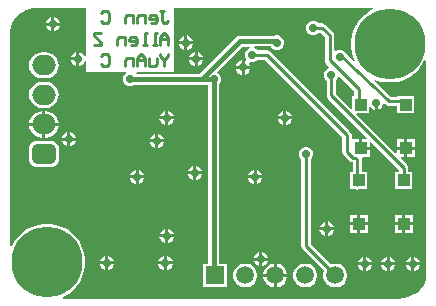
<source format=gbl>
G04*
G04 #@! TF.GenerationSoftware,Altium Limited,Altium Designer,21.4.1 (30)*
G04*
G04 Layer_Physical_Order=2*
G04 Layer_Color=16711680*
%FSLAX25Y25*%
%MOIN*%
G70*
G04*
G04 #@! TF.SameCoordinates,04E98196-19A4-425A-B086-7B381303791D*
G04*
G04*
G04 #@! TF.FilePolarity,Positive*
G04*
G01*
G75*
%ADD43C,0.01500*%
%ADD44C,0.01000*%
%ADD45C,0.23622*%
G04:AMPARAMS|DCode=46|XSize=66.93mil|YSize=78.74mil|CornerRadius=16.73mil|HoleSize=0mil|Usage=FLASHONLY|Rotation=90.000|XOffset=0mil|YOffset=0mil|HoleType=Round|Shape=RoundedRectangle|*
%AMROUNDEDRECTD46*
21,1,0.06693,0.04528,0,0,90.0*
21,1,0.03347,0.07874,0,0,90.0*
1,1,0.03346,0.02264,0.01673*
1,1,0.03346,0.02264,-0.01673*
1,1,0.03346,-0.02264,-0.01673*
1,1,0.03346,-0.02264,0.01673*
%
%ADD46ROUNDEDRECTD46*%
%ADD47O,0.07874X0.06693*%
%ADD48C,0.05906*%
%ADD49R,0.05906X0.05906*%
%ADD50C,0.02756*%
%ADD51R,0.04016X0.04016*%
G36*
X10691Y98549D02*
X26786D01*
Y82453D01*
X26286Y82353D01*
X26063Y82890D01*
X25394Y83559D01*
X24547Y83910D01*
Y81543D01*
Y79176D01*
X25394Y79527D01*
X26063Y80196D01*
X26286Y80733D01*
X26786Y80634D01*
Y77110D01*
X39897D01*
X39922Y77070D01*
X40051Y76610D01*
X39480Y76040D01*
X39118Y75166D01*
Y74220D01*
X39480Y73346D01*
X40149Y72677D01*
X41023Y72315D01*
X41969D01*
X42843Y72677D01*
X43075Y72909D01*
X67538D01*
Y13228D01*
X65874D01*
Y5323D01*
X73779D01*
Y13228D01*
X71107D01*
Y73114D01*
X71339Y73346D01*
X71701Y74220D01*
Y75166D01*
X71339Y76040D01*
X70670Y76709D01*
X70581Y76745D01*
X70484Y77236D01*
X78798Y85550D01*
X81348D01*
X81447Y85050D01*
X80720Y84749D01*
X80051Y84080D01*
X79689Y83206D01*
Y82260D01*
X80051Y81386D01*
X80174Y81263D01*
X79891Y80839D01*
X79587Y80965D01*
Y79098D01*
X81453D01*
X81103Y79945D01*
X80980Y80068D01*
X81263Y80492D01*
X81594Y80355D01*
X82540D01*
X83414Y80717D01*
X83900Y81204D01*
X86523D01*
X112219Y55508D01*
Y50381D01*
X112335Y49796D01*
X112667Y49300D01*
X114595Y47371D01*
X115091Y47040D01*
X115636Y46931D01*
Y43803D01*
X114858D01*
Y38213D01*
X116309D01*
X116580Y38032D01*
X117165Y37915D01*
X117751Y38032D01*
X118021Y38213D01*
X120449D01*
Y43803D01*
X118695D01*
Y47867D01*
X118621Y48240D01*
X118941Y48740D01*
X121283D01*
Y51248D01*
X118276D01*
Y51748D01*
X117776D01*
Y54756D01*
X115277D01*
Y56142D01*
X115161Y56727D01*
X114830Y57223D01*
X88238Y83815D01*
X87742Y84146D01*
X87157Y84263D01*
X83900D01*
X83414Y84749D01*
X82686Y85050D01*
X82687Y85236D01*
X82734Y85551D01*
X82958Y85602D01*
X88278D01*
X88299Y85551D01*
X88968Y84882D01*
X89842Y84520D01*
X90788D01*
X91662Y84882D01*
X92331Y85551D01*
X92693Y86425D01*
Y87371D01*
X92331Y88245D01*
X91662Y88914D01*
X90788Y89276D01*
X89842D01*
X89490Y89130D01*
X89287Y89170D01*
X82708D01*
X82708Y89170D01*
X82451Y89119D01*
X78059D01*
X77376Y88983D01*
X76797Y88596D01*
X64678Y76477D01*
X43424D01*
X43319Y76610D01*
X43561Y77110D01*
X56165D01*
Y98549D01*
X122411D01*
X122531Y98049D01*
X121191Y97366D01*
X119560Y96181D01*
X118134Y94755D01*
X116949Y93124D01*
X116033Y91327D01*
X115410Y89409D01*
X115094Y87418D01*
Y85401D01*
X115410Y83410D01*
X116033Y81492D01*
X116329Y80912D01*
X115922Y80608D01*
X113608Y82797D01*
X113294Y83557D01*
X112625Y84225D01*
X111751Y84588D01*
X110805D01*
X109979Y84246D01*
X109479Y84427D01*
Y89279D01*
X109363Y89864D01*
X109031Y90360D01*
X106530Y92861D01*
X106034Y93192D01*
X105449Y93309D01*
X104353D01*
X103867Y93796D01*
X102993Y94157D01*
X102047D01*
X101173Y93796D01*
X100504Y93126D01*
X100142Y92252D01*
Y91307D01*
X100504Y90433D01*
X101173Y89764D01*
X102047Y89402D01*
X102993D01*
X103867Y89764D01*
X104353Y90250D01*
X104815D01*
X106421Y88645D01*
Y80979D01*
X106537Y80394D01*
X106869Y79898D01*
X107852Y78915D01*
X107705Y78354D01*
X107071Y78091D01*
X106402Y77422D01*
X106040Y76548D01*
Y75602D01*
X106402Y74728D01*
X106889Y74241D01*
Y69283D01*
X107005Y68698D01*
X107336Y68201D01*
X120320Y55218D01*
X120129Y54756D01*
X118776D01*
Y52248D01*
X121283D01*
Y53601D01*
X121745Y53793D01*
X131124Y44414D01*
Y43803D01*
X129858D01*
Y38213D01*
X135449D01*
Y43803D01*
X134183D01*
Y45047D01*
X134066Y45632D01*
X133735Y46129D01*
X131586Y48278D01*
X131777Y48740D01*
X132776D01*
Y51248D01*
X130268D01*
Y50249D01*
X129806Y50058D01*
X116885Y62979D01*
X117076Y63441D01*
X121071D01*
Y65307D01*
X121216Y65385D01*
X121571Y65460D01*
X122165Y64866D01*
X123012Y64515D01*
Y66882D01*
X124012D01*
Y64515D01*
X124859Y64866D01*
X125528Y65535D01*
X125851Y66314D01*
X126196Y66466D01*
X126390Y66493D01*
X126637Y66259D01*
X126872Y66111D01*
X127102Y65957D01*
X127123Y65953D01*
X127142Y65941D01*
X127415Y65895D01*
X127688Y65841D01*
X130480D01*
Y63441D01*
X136071D01*
Y69032D01*
X130480D01*
Y68900D01*
X128296D01*
X122845Y74058D01*
X123107Y74498D01*
X124906Y73914D01*
X126897Y73598D01*
X128914D01*
X130905Y73914D01*
X132823Y74537D01*
X134620Y75453D01*
X136251Y76638D01*
X137677Y78064D01*
X138863Y79695D01*
X139545Y81035D01*
X140045Y80915D01*
Y9143D01*
X140052Y9109D01*
X139933Y7892D01*
X139568Y6690D01*
X138975Y5581D01*
X138200Y4637D01*
X138171Y4617D01*
X138146Y4581D01*
X136920Y3533D01*
X135508Y2668D01*
X133978Y2034D01*
X132368Y1647D01*
X130760Y1521D01*
X130717Y1529D01*
X19163D01*
X19043Y2029D01*
X20384Y2712D01*
X22015Y3898D01*
X23441Y5324D01*
X24626Y6955D01*
X25542Y8752D01*
X26165Y10669D01*
X26480Y12661D01*
Y14678D01*
X26165Y16669D01*
X25542Y18587D01*
X24626Y20384D01*
X23441Y22015D01*
X22015Y23441D01*
X20384Y24626D01*
X18587Y25542D01*
X16669Y26165D01*
X14678Y26480D01*
X12661D01*
X10669Y26165D01*
X8752Y25542D01*
X6955Y24626D01*
X5324Y23441D01*
X3898Y22015D01*
X2712Y20384D01*
X2029Y19043D01*
X1529Y19163D01*
Y72252D01*
Y90768D01*
X1521Y90810D01*
X1648Y92098D01*
X2036Y93377D01*
X2666Y94556D01*
X3488Y95557D01*
X3522Y95580D01*
X3576Y95661D01*
X5043Y96864D01*
X6801Y97804D01*
X8708Y98382D01*
X10596Y98568D01*
X10691Y98549D01*
D02*
G37*
G36*
X116124Y70642D02*
Y69032D01*
X115480D01*
Y65037D01*
X115018Y64845D01*
X109947Y69916D01*
Y74241D01*
X110434Y74728D01*
X110697Y75362D01*
X111258Y75508D01*
X116124Y70642D01*
D02*
G37*
%LPC*%
G36*
X16123Y95378D02*
Y93512D01*
X17990D01*
X17639Y94359D01*
X16970Y95028D01*
X16123Y95378D01*
D02*
G37*
G36*
X15123D02*
X14276Y95028D01*
X13607Y94359D01*
X13256Y93512D01*
X15123D01*
Y95378D01*
D02*
G37*
G36*
X17990Y92512D02*
X16123D01*
Y90645D01*
X16970Y90996D01*
X17639Y91665D01*
X17990Y92512D01*
D02*
G37*
G36*
X15123D02*
X13256D01*
X13607Y91665D01*
X14276Y90996D01*
X15123Y90645D01*
Y92512D01*
D02*
G37*
G36*
X60547Y89264D02*
Y87398D01*
X62414D01*
X62063Y88245D01*
X61394Y88914D01*
X60547Y89264D01*
D02*
G37*
G36*
X59547D02*
X58700Y88914D01*
X58031Y88245D01*
X57680Y87398D01*
X59547D01*
Y89264D01*
D02*
G37*
G36*
X62414Y86398D02*
X60547D01*
Y84531D01*
X61394Y84882D01*
X62063Y85551D01*
X62414Y86398D01*
D02*
G37*
G36*
X59547D02*
X57680D01*
X58031Y85551D01*
X58700Y84882D01*
X59547Y84531D01*
Y86398D01*
D02*
G37*
G36*
X63917Y83910D02*
Y82043D01*
X65784D01*
X65433Y82890D01*
X64764Y83559D01*
X63917Y83910D01*
D02*
G37*
G36*
X62917D02*
X62070Y83559D01*
X61401Y82890D01*
X61051Y82043D01*
X62917D01*
Y83910D01*
D02*
G37*
G36*
X23547D02*
X22700Y83559D01*
X22031Y82890D01*
X21680Y82043D01*
X23547D01*
Y83910D01*
D02*
G37*
G36*
X65784Y81043D02*
X63917D01*
Y79176D01*
X64764Y79527D01*
X65433Y80196D01*
X65784Y81043D01*
D02*
G37*
G36*
X62917D02*
X61051D01*
X61401Y80196D01*
X62070Y79527D01*
X62917Y79176D01*
Y81043D01*
D02*
G37*
G36*
X23547D02*
X21680D01*
X22031Y80196D01*
X22700Y79527D01*
X23547Y79176D01*
Y81043D01*
D02*
G37*
G36*
X78587Y80965D02*
X77740Y80614D01*
X77071Y79945D01*
X76720Y79098D01*
X78587D01*
Y80965D01*
D02*
G37*
G36*
X81453Y78098D02*
X79587D01*
Y76232D01*
X80434Y76582D01*
X81103Y77251D01*
X81453Y78098D01*
D02*
G37*
G36*
X78587D02*
X76720D01*
X77071Y77251D01*
X77740Y76582D01*
X78587Y76232D01*
Y78098D01*
D02*
G37*
G36*
X13284Y83707D02*
X12102D01*
X10968Y83557D01*
X9910Y83119D01*
X9002Y82423D01*
X8306Y81515D01*
X7868Y80458D01*
X7718Y79323D01*
X7868Y78188D01*
X8306Y77131D01*
X9002Y76223D01*
X9910Y75526D01*
X10968Y75088D01*
X12102Y74939D01*
X13284D01*
X14418Y75088D01*
X15475Y75526D01*
X16383Y76223D01*
X17080Y77131D01*
X17518Y78188D01*
X17667Y79323D01*
X17518Y80458D01*
X17080Y81515D01*
X16383Y82423D01*
X15475Y83119D01*
X14418Y83557D01*
X13284Y83707D01*
D02*
G37*
G36*
Y73864D02*
X12102D01*
X10968Y73715D01*
X9910Y73277D01*
X9002Y72580D01*
X8306Y71672D01*
X7868Y70615D01*
X7718Y69480D01*
X7868Y68346D01*
X8306Y67288D01*
X9002Y66380D01*
X9910Y65684D01*
X10968Y65246D01*
X12102Y65096D01*
X13284D01*
X14418Y65246D01*
X15475Y65684D01*
X16383Y66380D01*
X17080Y67288D01*
X17518Y68346D01*
X17667Y69480D01*
X17518Y70615D01*
X17080Y71672D01*
X16383Y72580D01*
X15475Y73277D01*
X14418Y73715D01*
X13284Y73864D01*
D02*
G37*
G36*
X93445Y64225D02*
Y62358D01*
X95312D01*
X94961Y63205D01*
X94292Y63874D01*
X93445Y64225D01*
D02*
G37*
G36*
X92445D02*
X91598Y63874D01*
X90929Y63205D01*
X90578Y62358D01*
X92445D01*
Y64225D01*
D02*
G37*
G36*
X54075D02*
Y62358D01*
X55942D01*
X55591Y63205D01*
X54922Y63874D01*
X54075Y64225D01*
D02*
G37*
G36*
X53075D02*
X52228Y63874D01*
X51559Y63205D01*
X51208Y62358D01*
X53075D01*
Y64225D01*
D02*
G37*
G36*
X13284Y64022D02*
X13193D01*
Y60138D01*
X17602D01*
X17518Y60773D01*
X17080Y61830D01*
X16383Y62738D01*
X15475Y63434D01*
X14418Y63872D01*
X13284Y64022D01*
D02*
G37*
G36*
X12193D02*
X12102D01*
X10968Y63872D01*
X9910Y63434D01*
X9002Y62738D01*
X8306Y61830D01*
X7868Y60773D01*
X7784Y60138D01*
X12193D01*
Y64022D01*
D02*
G37*
G36*
X95312Y61358D02*
X93445D01*
Y59491D01*
X94292Y59842D01*
X94961Y60511D01*
X95312Y61358D01*
D02*
G37*
G36*
X92445D02*
X90578D01*
X90929Y60511D01*
X91598Y59842D01*
X92445Y59491D01*
Y61358D01*
D02*
G37*
G36*
X55942D02*
X54075D01*
Y59491D01*
X54922Y59842D01*
X55591Y60511D01*
X55942Y61358D01*
D02*
G37*
G36*
X53075D02*
X51208D01*
X51559Y60511D01*
X52228Y59842D01*
X53075Y59491D01*
Y61358D01*
D02*
G37*
G36*
X17602Y59138D02*
X13193D01*
Y55254D01*
X13284D01*
X14418Y55403D01*
X15475Y55841D01*
X16383Y56538D01*
X17080Y57446D01*
X17518Y58503D01*
X17602Y59138D01*
D02*
G37*
G36*
X12193D02*
X7784D01*
X7868Y58503D01*
X8306Y57446D01*
X9002Y56538D01*
X9910Y55841D01*
X10968Y55403D01*
X12102Y55254D01*
X12193D01*
Y59138D01*
D02*
G37*
G36*
X21492Y57044D02*
Y55177D01*
X23359D01*
X23008Y56024D01*
X22339Y56693D01*
X21492Y57044D01*
D02*
G37*
G36*
X20492D02*
X19645Y56693D01*
X18976Y56024D01*
X18625Y55177D01*
X20492D01*
Y57044D01*
D02*
G37*
G36*
X50783Y56556D02*
Y54689D01*
X52650D01*
X52299Y55536D01*
X51631Y56205D01*
X50783Y56556D01*
D02*
G37*
G36*
X49784D02*
X48937Y56205D01*
X48267Y55536D01*
X47917Y54689D01*
X49784D01*
Y56556D01*
D02*
G37*
G36*
X23359Y54177D02*
X21492D01*
Y52310D01*
X22339Y52661D01*
X23008Y53330D01*
X23359Y54177D01*
D02*
G37*
G36*
X20492D02*
X18625D01*
X18976Y53330D01*
X19645Y52661D01*
X20492Y52310D01*
Y54177D01*
D02*
G37*
G36*
X136284Y54756D02*
X133776D01*
Y52248D01*
X136284D01*
Y54756D01*
D02*
G37*
G36*
X132776D02*
X130268D01*
Y52248D01*
X132776D01*
Y54756D01*
D02*
G37*
G36*
X52650Y53689D02*
X50783D01*
Y51822D01*
X51631Y52173D01*
X52299Y52842D01*
X52650Y53689D01*
D02*
G37*
G36*
X49784D02*
X47917D01*
X48267Y52842D01*
X48937Y52173D01*
X49784Y51822D01*
Y53689D01*
D02*
G37*
G36*
X136284Y51248D02*
X133776D01*
Y48740D01*
X136284D01*
Y51248D01*
D02*
G37*
G36*
X14957Y54165D02*
X10429D01*
X9731Y54073D01*
X9081Y53804D01*
X8523Y53375D01*
X8094Y52817D01*
X7825Y52166D01*
X7733Y51468D01*
Y48122D01*
X7825Y47424D01*
X8094Y46774D01*
X8523Y46216D01*
X9081Y45787D01*
X9731Y45518D01*
X10429Y45426D01*
X14957D01*
X15655Y45518D01*
X16305Y45787D01*
X16863Y46216D01*
X17292Y46774D01*
X17561Y47424D01*
X17653Y48122D01*
Y51468D01*
X17561Y52166D01*
X17292Y52817D01*
X16863Y53375D01*
X16305Y53804D01*
X15655Y54073D01*
X14957Y54165D01*
D02*
G37*
G36*
X63476Y45816D02*
Y43949D01*
X65343D01*
X64992Y44796D01*
X64323Y45465D01*
X63476Y45816D01*
D02*
G37*
G36*
X62476D02*
X61629Y45465D01*
X60961Y44796D01*
X60610Y43949D01*
X62476D01*
Y45816D01*
D02*
G37*
G36*
X83602Y44540D02*
Y42673D01*
X85469D01*
X85118Y43520D01*
X84449Y44189D01*
X83602Y44540D01*
D02*
G37*
G36*
X82602D02*
X81755Y44189D01*
X81086Y43520D01*
X80736Y42673D01*
X82602D01*
Y44540D01*
D02*
G37*
G36*
X44232D02*
Y42673D01*
X46099D01*
X45748Y43520D01*
X45079Y44189D01*
X44232Y44540D01*
D02*
G37*
G36*
X43232D02*
X42385Y44189D01*
X41716Y43520D01*
X41366Y42673D01*
X43232D01*
Y44540D01*
D02*
G37*
G36*
X65343Y42949D02*
X63476D01*
Y41082D01*
X64323Y41433D01*
X64992Y42102D01*
X65343Y42949D01*
D02*
G37*
G36*
X62476D02*
X60610D01*
X60961Y42102D01*
X61629Y41433D01*
X62476Y41082D01*
Y42949D01*
D02*
G37*
G36*
X85469Y41673D02*
X83602D01*
Y39807D01*
X84449Y40157D01*
X85118Y40826D01*
X85469Y41673D01*
D02*
G37*
G36*
X82602D02*
X80736D01*
X81086Y40826D01*
X81755Y40157D01*
X82602Y39807D01*
Y41673D01*
D02*
G37*
G36*
X46099D02*
X44232D01*
Y39807D01*
X45079Y40157D01*
X45748Y40826D01*
X46099Y41673D01*
D02*
G37*
G36*
X43232D02*
X41366D01*
X41716Y40826D01*
X42385Y40157D01*
X43232Y39807D01*
Y41673D01*
D02*
G37*
G36*
X135661Y29528D02*
X133153D01*
Y27020D01*
X135661D01*
Y29528D01*
D02*
G37*
G36*
X120661D02*
X118154D01*
Y27020D01*
X120661D01*
Y29528D01*
D02*
G37*
G36*
X132153D02*
X129646D01*
Y27020D01*
X132153D01*
Y29528D01*
D02*
G37*
G36*
X117154D02*
X114646D01*
Y27020D01*
X117154D01*
Y29528D01*
D02*
G37*
G36*
X107413Y27264D02*
Y25398D01*
X109280D01*
X108929Y26245D01*
X108260Y26914D01*
X107413Y27264D01*
D02*
G37*
G36*
X106413D02*
X105566Y26914D01*
X104897Y26245D01*
X104547Y25398D01*
X106413D01*
Y27264D01*
D02*
G37*
G36*
X135661Y26020D02*
X133153D01*
Y23512D01*
X135661D01*
Y26020D01*
D02*
G37*
G36*
X132153D02*
X129646D01*
Y23512D01*
X132153D01*
Y26020D01*
D02*
G37*
G36*
X120661D02*
X118154D01*
Y23512D01*
X120661D01*
Y26020D01*
D02*
G37*
G36*
X117154D02*
X114646D01*
Y23512D01*
X117154D01*
Y26020D01*
D02*
G37*
G36*
X54075Y24855D02*
Y22988D01*
X55942D01*
X55591Y23835D01*
X54922Y24504D01*
X54075Y24855D01*
D02*
G37*
G36*
X53075D02*
X52228Y24504D01*
X51559Y23835D01*
X51208Y22988D01*
X53075D01*
Y24855D01*
D02*
G37*
G36*
X109280Y24398D02*
X107413D01*
Y22531D01*
X108260Y22882D01*
X108929Y23551D01*
X109280Y24398D01*
D02*
G37*
G36*
X106413D02*
X104547D01*
X104897Y23551D01*
X105566Y22882D01*
X106413Y22531D01*
Y24398D01*
D02*
G37*
G36*
X55942Y21988D02*
X54075D01*
Y20121D01*
X54922Y20472D01*
X55591Y21141D01*
X55942Y21988D01*
D02*
G37*
G36*
X53075D02*
X51208D01*
X51559Y21141D01*
X52228Y20472D01*
X53075Y20121D01*
Y21988D01*
D02*
G37*
G36*
X85445Y17012D02*
Y15146D01*
X87312D01*
X86961Y15993D01*
X86292Y16662D01*
X85445Y17012D01*
D02*
G37*
G36*
X84445D02*
X83598Y16662D01*
X82929Y15993D01*
X82578Y15146D01*
X84445D01*
Y17012D01*
D02*
G37*
G36*
X53713Y15803D02*
Y13937D01*
X55580D01*
X55229Y14784D01*
X54560Y15453D01*
X53713Y15803D01*
D02*
G37*
G36*
X52713D02*
X51866Y15453D01*
X51197Y14784D01*
X50847Y13937D01*
X52713D01*
Y15803D01*
D02*
G37*
G36*
X34186D02*
Y13937D01*
X36053D01*
X35702Y14784D01*
X35033Y15453D01*
X34186Y15803D01*
D02*
G37*
G36*
X33186D02*
X32339Y15453D01*
X31670Y14784D01*
X31319Y13937D01*
X33186D01*
Y15803D01*
D02*
G37*
G36*
X136216Y15548D02*
Y13681D01*
X138083D01*
X137733Y14528D01*
X137064Y15197D01*
X136216Y15548D01*
D02*
G37*
G36*
X135216D02*
X134370Y15197D01*
X133701Y14528D01*
X133350Y13681D01*
X135216D01*
Y15548D01*
D02*
G37*
G36*
X127917D02*
Y13681D01*
X129784D01*
X129433Y14528D01*
X128764Y15197D01*
X127917Y15548D01*
D02*
G37*
G36*
X126917D02*
X126070Y15197D01*
X125401Y14528D01*
X125051Y13681D01*
X126917D01*
Y15548D01*
D02*
G37*
G36*
X120106D02*
Y13681D01*
X121973D01*
X121622Y14528D01*
X120953Y15197D01*
X120106Y15548D01*
D02*
G37*
G36*
X119106D02*
X118259Y15197D01*
X117590Y14528D01*
X117239Y13681D01*
X119106D01*
Y15548D01*
D02*
G37*
G36*
X87312Y14146D02*
X85445D01*
Y12279D01*
X86292Y12630D01*
X86961Y13299D01*
X87312Y14146D01*
D02*
G37*
G36*
X84445D02*
X82578D01*
X82929Y13299D01*
X83598Y12630D01*
X84445Y12279D01*
Y14146D01*
D02*
G37*
G36*
X55580Y12937D02*
X53713D01*
Y11070D01*
X54560Y11421D01*
X55229Y12090D01*
X55580Y12937D01*
D02*
G37*
G36*
X52713D02*
X50847D01*
X51197Y12090D01*
X51866Y11421D01*
X52713Y11070D01*
Y12937D01*
D02*
G37*
G36*
X36053D02*
X34186D01*
Y11070D01*
X35033Y11421D01*
X35702Y12090D01*
X36053Y12937D01*
D02*
G37*
G36*
X33186D02*
X31319D01*
X31670Y12090D01*
X32339Y11421D01*
X33186Y11070D01*
Y12937D01*
D02*
G37*
G36*
X138083Y12681D02*
X136216D01*
Y10814D01*
X137064Y11165D01*
X137733Y11834D01*
X138083Y12681D01*
D02*
G37*
G36*
X135216D02*
X133350D01*
X133701Y11834D01*
X134370Y11165D01*
X135216Y10814D01*
Y12681D01*
D02*
G37*
G36*
X129784D02*
X127917D01*
Y10814D01*
X128764Y11165D01*
X129433Y11834D01*
X129784Y12681D01*
D02*
G37*
G36*
X126917D02*
X125051D01*
X125401Y11834D01*
X126070Y11165D01*
X126917Y10814D01*
Y12681D01*
D02*
G37*
G36*
X121973D02*
X120106D01*
Y10814D01*
X120953Y11165D01*
X121622Y11834D01*
X121973Y12681D01*
D02*
G37*
G36*
X119106D02*
X117239D01*
X117590Y11834D01*
X118259Y11165D01*
X119106Y10814D01*
Y12681D01*
D02*
G37*
G36*
X90347Y13228D02*
X90327D01*
Y9776D01*
X93779D01*
Y9796D01*
X93510Y10801D01*
X92990Y11703D01*
X92254Y12439D01*
X91352Y12959D01*
X90347Y13228D01*
D02*
G37*
G36*
X89327D02*
X89306D01*
X88301Y12959D01*
X87400Y12439D01*
X86664Y11703D01*
X86143Y10801D01*
X85874Y9796D01*
Y9776D01*
X89327D01*
Y13228D01*
D02*
G37*
G36*
X100552Y52173D02*
X99606D01*
X98732Y51811D01*
X98063Y51142D01*
X97701Y50268D01*
Y49322D01*
X98063Y48448D01*
X98549Y47962D01*
Y19024D01*
X98666Y18438D01*
X98997Y17942D01*
X106142Y10797D01*
X105874Y9796D01*
Y8755D01*
X106143Y7750D01*
X106664Y6848D01*
X107400Y6113D01*
X108301Y5592D01*
X109306Y5323D01*
X110347D01*
X111353Y5592D01*
X112254Y6113D01*
X112990Y6848D01*
X113510Y7750D01*
X113779Y8755D01*
Y9796D01*
X113510Y10801D01*
X112990Y11703D01*
X112254Y12439D01*
X111353Y12959D01*
X110347Y13228D01*
X109306D01*
X108305Y12960D01*
X101608Y19657D01*
Y47962D01*
X102095Y48448D01*
X102457Y49322D01*
Y50268D01*
X102095Y51142D01*
X101426Y51811D01*
X100552Y52173D01*
D02*
G37*
G36*
X100347Y13228D02*
X99306D01*
X98301Y12959D01*
X97400Y12439D01*
X96664Y11703D01*
X96143Y10801D01*
X95874Y9796D01*
Y8755D01*
X96143Y7750D01*
X96664Y6848D01*
X97400Y6113D01*
X98301Y5592D01*
X99306Y5323D01*
X100347D01*
X101353Y5592D01*
X102254Y6113D01*
X102990Y6848D01*
X103510Y7750D01*
X103779Y8755D01*
Y9796D01*
X103510Y10801D01*
X102990Y11703D01*
X102254Y12439D01*
X101353Y12959D01*
X100347Y13228D01*
D02*
G37*
G36*
X93779Y8776D02*
X90327D01*
Y5323D01*
X90347D01*
X91352Y5592D01*
X92254Y6113D01*
X92990Y6848D01*
X93510Y7750D01*
X93779Y8755D01*
Y8776D01*
D02*
G37*
G36*
X89327D02*
X85874D01*
Y8755D01*
X86143Y7750D01*
X86664Y6848D01*
X87400Y6113D01*
X88301Y5592D01*
X89306Y5323D01*
X89327D01*
Y8776D01*
D02*
G37*
G36*
X80347Y13228D02*
X79306D01*
X78301Y12959D01*
X77400Y12439D01*
X76664Y11703D01*
X76143Y10801D01*
X75874Y9796D01*
Y8755D01*
X76143Y7750D01*
X76664Y6848D01*
X77400Y6113D01*
X78301Y5592D01*
X79306Y5323D01*
X80347D01*
X81353Y5592D01*
X82254Y6113D01*
X82990Y6848D01*
X83510Y7750D01*
X83780Y8755D01*
Y9796D01*
X83510Y10801D01*
X82990Y11703D01*
X82254Y12439D01*
X81353Y12959D01*
X80347Y13228D01*
D02*
G37*
%LPD*%
D43*
X82687Y87364D02*
X82708Y87386D01*
X89287D01*
X82687Y87364D02*
X82687Y87335D01*
X78059D02*
X82687D01*
X65417Y74693D02*
X78059Y87335D01*
X41496Y74693D02*
X65417D01*
X69323D01*
Y9780D02*
Y74693D01*
Y9780D02*
X69827Y9276D01*
D44*
X102520Y91780D02*
X105449D01*
X107950Y89279D01*
X111583Y82218D02*
X111995D01*
X111278Y82210D02*
X111570Y82218D01*
X111583Y82218D01*
X127688Y67370D02*
X131811D01*
X127399Y67644D02*
X127688Y67370D01*
X111995Y82218D02*
X127398Y67644D01*
X108418Y69283D02*
X132653Y45047D01*
X108418Y69283D02*
Y76075D01*
X131811Y67370D02*
X132787Y66394D01*
X117165Y39445D02*
Y47867D01*
X115676Y48453D02*
X116580D01*
X113748Y50381D02*
X115676Y48453D01*
X113748Y50381D02*
Y56142D01*
X116580Y48453D02*
X117165Y47867D01*
X87157Y82733D02*
X113748Y56142D01*
X107950Y80979D02*
X117654Y71276D01*
Y66457D02*
Y71276D01*
X107950Y80979D02*
Y89279D01*
X132653Y41008D02*
Y45047D01*
X82067Y82733D02*
X87157D01*
X100079Y19024D02*
X109901Y9202D01*
X109916D01*
X100079Y19024D02*
Y49795D01*
X51542Y97292D02*
X52853D01*
X52197D01*
Y94012D01*
X52853Y93356D01*
X53509D01*
X54165Y94012D01*
X48262Y93356D02*
X49574D01*
X50230Y94012D01*
Y95324D01*
X49574Y95980D01*
X48262D01*
X47606Y95324D01*
Y94668D01*
X50230D01*
X46294Y93356D02*
Y95980D01*
X44326D01*
X43670Y95324D01*
Y93356D01*
X42358D02*
Y95980D01*
X40390D01*
X39734Y95324D01*
Y93356D01*
X31863Y96636D02*
X32519Y97292D01*
X33831D01*
X34487Y96636D01*
Y94012D01*
X33831Y93356D01*
X32519D01*
X31863Y94012D01*
X54165Y86233D02*
Y88857D01*
X52853Y90169D01*
X51542Y88857D01*
Y86233D01*
Y88201D01*
X54165D01*
X50230Y86233D02*
X48918D01*
X49574D01*
Y90169D01*
X50230D01*
X46950Y86233D02*
X45638D01*
X46294D01*
Y90169D01*
X46950D01*
X41702Y86233D02*
X43014D01*
X43670Y86889D01*
Y88201D01*
X43014Y88857D01*
X41702D01*
X41046Y88201D01*
Y87545D01*
X43670D01*
X39734Y86233D02*
Y88857D01*
X37766D01*
X37110Y88201D01*
Y86233D01*
X31863Y90169D02*
X29239D01*
Y89513D01*
X31863Y86889D01*
Y86233D01*
X29239D01*
X54165Y83046D02*
Y82390D01*
X52853Y81078D01*
X51542Y82390D01*
Y83046D01*
X52853Y81078D02*
Y79110D01*
X50230Y81734D02*
Y79766D01*
X49574Y79110D01*
X47606D01*
Y81734D01*
X46294Y79110D02*
Y81734D01*
X44982Y83046D01*
X43670Y81734D01*
Y79110D01*
Y81078D01*
X46294D01*
X42358Y79110D02*
Y81734D01*
X40390D01*
X39734Y81078D01*
Y79110D01*
X31863Y82390D02*
X32519Y83046D01*
X33831D01*
X34487Y82390D01*
Y79766D01*
X33831Y79110D01*
X32519D01*
X31863Y79766D01*
D45*
X13669Y13669D02*
D03*
X127905Y86409D02*
D03*
D46*
X12693Y49795D02*
D03*
D47*
Y59638D02*
D03*
Y69480D02*
D03*
Y79323D02*
D03*
D48*
X109827Y9276D02*
D03*
X99827D02*
D03*
X89827D02*
D03*
X79827D02*
D03*
D49*
X69827D02*
D03*
D50*
X20992Y54677D02*
D03*
X79087Y78598D02*
D03*
X84945Y14646D02*
D03*
X102520Y91780D02*
D03*
X62976Y43449D02*
D03*
X92945Y61858D02*
D03*
X83102Y42173D02*
D03*
X63417Y81543D02*
D03*
X53575Y61858D02*
D03*
Y22488D02*
D03*
X43732Y42173D02*
D03*
X24047Y81543D02*
D03*
X90315Y86898D02*
D03*
X111278Y82210D02*
D03*
X108418Y76075D02*
D03*
X123512Y66882D02*
D03*
X50283Y54189D02*
D03*
X15623Y93012D02*
D03*
X60047Y86898D02*
D03*
X33686Y13437D02*
D03*
X53213D02*
D03*
X106913Y24898D02*
D03*
X119606Y13181D02*
D03*
X41496Y74693D02*
D03*
X135716Y13181D02*
D03*
X127417D02*
D03*
X69323Y74693D02*
D03*
X82067Y82733D02*
D03*
X100079Y49795D02*
D03*
D51*
X118276Y66236D02*
D03*
Y51748D02*
D03*
X133276Y66236D02*
D03*
Y51748D02*
D03*
X132653Y26520D02*
D03*
Y41008D02*
D03*
X117654Y26520D02*
D03*
Y41008D02*
D03*
M02*

</source>
